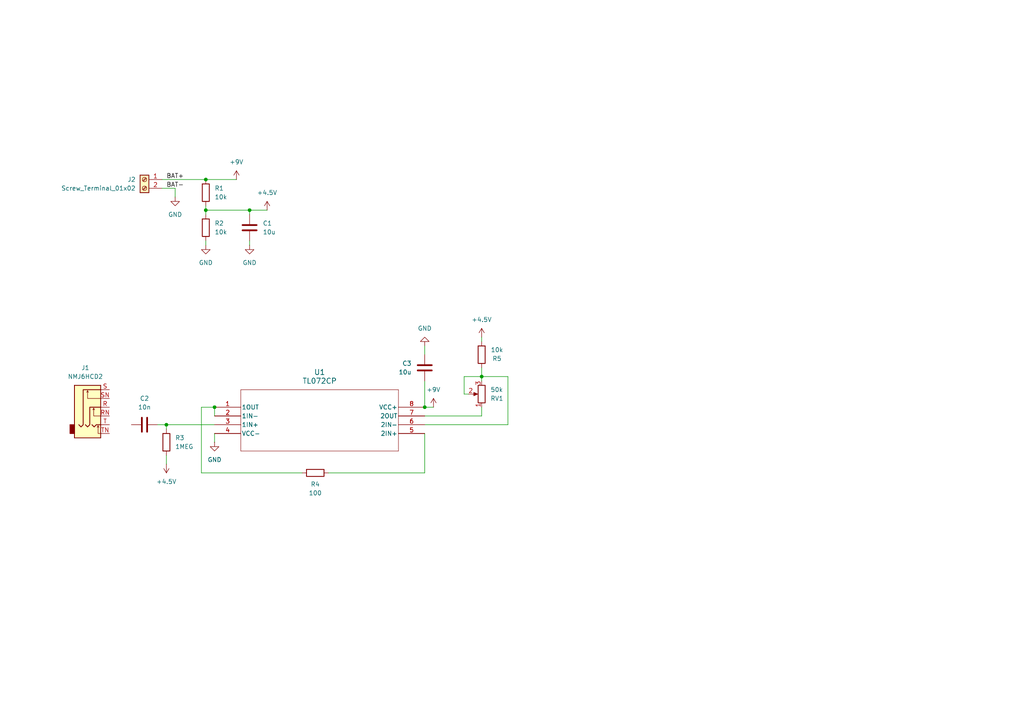
<source format=kicad_sch>
(kicad_sch (version 20231120) (generator "eeschema") (generator_version "8.0")
  (paper "A4")
  (title_block (title "Guitar Amplifier AR1") (date "2025-06-11") (rev "0"))
  (lib_symbols
    (symbol "Connector:Screw_Terminal_01x02" (pin_names (offset 1.016) hide)
      (property "Reference" "J" (at 0 2.54 0))
      (property "Value" "Screw_Terminal_01x02" (at 0 -5.08 0))
      (symbol "Screw_Terminal_01x02_1_1"
        (rectangle (start -1.27 1.27) (end 1.27 -3.81) (stroke (width 0.254)) (fill (type background)))
        (circle (center 0 -2.54) (radius 0.635) (stroke (width 0.1524)))
        (polyline (pts (xy -0.5334 -2.2098) (xy 0.3302 -3.048)) (stroke (width 0.1524)))
        (polyline (pts (xy -0.5334 0.3302) (xy 0.3302 -0.508)) (stroke (width 0.1524)))
        (polyline (pts (xy -0.3556 -2.032) (xy 0.508 -2.8702)) (stroke (width 0.1524)))
        (polyline (pts (xy -0.3556 0.508) (xy 0.508 -0.3302)) (stroke (width 0.1524)))
        (circle (center 0 0) (radius 0.635) (stroke (width 0.1524)))
        (pin passive line (at -5.08 0 0) (length 3.81) (name "Pin_1") (number "1"))
        (pin passive line (at -5.08 -2.54 0) (length 3.81) (name "Pin_2") (number "2"))
      )
    )
    (symbol "Connector_Audio:NMJ6HCD2"
      (property "Reference" "J" (at 0 11.43 0))
      (property "Value" "NMJ6HCD2" (at 0 8.89 0))
      (symbol "NMJ6HCD2_0_1"
        (rectangle (start -5.08 -5.08) (end -6.35 -7.62) (stroke (width 0.254)) (fill (type outline)))
        (polyline (pts (xy -1.27 4.826) (xy -1.016 4.318)))
        (polyline (pts (xy 0.508 -0.254) (xy 0.762 -0.762)))
        (polyline (pts (xy 1.778 -5.334) (xy 2.032 -5.842)))
        (polyline (pts (xy 0 -5.08) (xy 0.635 -5.715) (xy 1.27 -5.08) (xy 2.54 -5.08)) (stroke (width 0.254)))
        (polyline (pts (xy 2.54 -7.62) (xy 1.778 -7.62) (xy 1.778 -5.334) (xy 1.524 -5.842)))
        (polyline (pts (xy 2.54 -2.54) (xy 0.508 -2.54) (xy 0.508 -0.254) (xy 0.254 -0.762)))
        (polyline (pts (xy 2.54 2.54) (xy -1.27 2.54) (xy -1.27 4.826) (xy -1.524 4.318)))
        (polyline (pts (xy -1.905 -5.08) (xy -1.27 -5.715) (xy -0.635 -5.08) (xy -0.635 0) (xy 2.54 0)) (stroke (width 0.254)))
        (polyline (pts (xy 2.54 5.08) (xy -2.54 5.08) (xy -2.54 -5.08) (xy -3.175 -5.715) (xy -3.81 -5.08)) (stroke (width 0.254)))
        (rectangle (start 2.54 6.35) (end -5.08 -8.89) (stroke (width 0.254)) (fill (type background)))
      )
      (symbol "NMJ6HCD2_1_1"
        (pin passive line (at 5.08 0 180) (length 2.54) (name "~") (number "R"))
        (pin passive line (at 5.08 -2.54 180) (length 2.54) (name "~") (number "RN"))
        (pin passive line (at 5.08 5.08 180) (length 2.54) (name "~") (number "S"))
        (pin passive line (at 5.08 2.54 180) (length 2.54) (name "~") (number "SN"))
        (pin passive line (at 5.08 -5.08 180) (length 2.54) (name "~") (number "T"))
        (pin passive line (at 5.08 -7.62 180) (length 2.54) (name "~") (number "TN"))
      )
    )
    (symbol "Device:C" (pin_numbers hide) (pin_names (offset 0.254))
      (property "Reference" "C" (at 0.635 2.54 0))
      (property "Value" "C" (at 0.635 -2.54 0))
      (symbol "C_0_1"
        (polyline (pts (xy -2.032 -0.762) (xy 2.032 -0.762)) (stroke (width 0.508)))
        (polyline (pts (xy -2.032 0.762) (xy 2.032 0.762)) (stroke (width 0.508)))
      )
      (symbol "C_1_1"
        (pin passive line (at 0 3.81 270) (length 2.794) (name "~") (number "1"))
        (pin passive line (at 0 -3.81 90) (length 2.794) (name "~") (number "2"))
      )
    )
    (symbol "Device:R" (pin_numbers hide) (pin_names (offset 0))
      (property "Reference" "R" (at 2.032 0 90))
      (property "Value" "R" (at 0 0 90))
      (symbol "R_0_1"
        (rectangle (start -1.016 -2.54) (end 1.016 2.54) (stroke (width 0.254)))
      )
      (symbol "R_1_1"
        (pin passive line (at 0 3.81 270) (length 1.27) (name "~") (number "1"))
        (pin passive line (at 0 -3.81 90) (length 1.27) (name "~") (number "2"))
      )
    )
    (symbol "Device:R_Potentiometer" (pin_names (offset 1.016) hide)
      (property "Reference" "RV" (at -4.445 0 90))
      (property "Value" "R_Potentiometer" (at -2.54 0 90))
      (symbol "R_Potentiometer_0_1"
        (polyline (pts (xy 2.54 0) (xy 1.524 0)))
        (polyline (pts (xy 1.143 0) (xy 2.286 0.508) (xy 2.286 -0.508) (xy 1.143 0)) (fill (type outline)))
        (rectangle (start 1.016 2.54) (end -1.016 -2.54) (stroke (width 0.254)))
      )
      (symbol "R_Potentiometer_1_1"
        (pin passive line (at 0 3.81 270) (length 1.27) (name "1") (number "1"))
        (pin passive line (at 3.81 0 180) (length 1.27) (name "2") (number "2"))
        (pin passive line (at 0 -3.81 90) (length 1.27) (name "3") (number "3"))
      )
    )
    (symbol "TL072CP:TL072CP" (pin_names (offset 0.254))
      (property "Reference" "U" (at 30.48 10.16 0))
      (property "Value" "TL072CP" (at 30.48 7.62 0))
      (symbol "TL072CP_0_1"
        (polyline (pts (xy 7.62 -12.7) (xy 53.34 -12.7)) (stroke (width 0.127)))
        (polyline (pts (xy 7.62 5.08) (xy 7.62 -12.7)) (stroke (width 0.127)))
        (polyline (pts (xy 53.34 -12.7) (xy 53.34 5.08)) (stroke (width 0.127)))
        (polyline (pts (xy 53.34 5.08) (xy 7.62 5.08)) (stroke (width 0.127)))
        (pin output line (at 0 0 0) (length 7.62) (name "1OUT") (number "1"))
        (pin input line (at 0 -2.54 0) (length 7.62) (name "1IN-") (number "2"))
        (pin input line (at 0 -5.08 0) (length 7.62) (name "1IN+") (number "3"))
        (pin power_in line (at 0 -7.62 0) (length 7.62) (name "VCC-") (number "4"))
        (pin input line (at 60.96 -7.62 180) (length 7.62) (name "2IN+") (number "5"))
        (pin input line (at 60.96 -5.08 180) (length 7.62) (name "2IN-") (number "6"))
        (pin output line (at 60.96 -2.54 180) (length 7.62) (name "2OUT") (number "7"))
        (pin power_in line (at 60.96 0 180) (length 7.62) (name "VCC+") (number "8"))
      )
    )
    (symbol "power:+4V" (power) (pin_numbers hide) (pin_names (offset 0) hide)
      (property "Value" "+4V" (at 0 3.556 0))
      (symbol "+4V_0_1"
        (polyline (pts (xy -0.762 1.27) (xy 0 2.54)))
        (polyline (pts (xy 0 0) (xy 0 2.54)))
        (polyline (pts (xy 0 2.54) (xy 0.762 1.27)))
      )
      (symbol "+4V_1_1"
        (pin power_in line (at 0 0 90) (length 0) (name "~") (number "1"))
      )
    )
    (symbol "power:+9V" (power) (pin_numbers hide) (pin_names (offset 0) hide)
      (property "Value" "+9V" (at 0 3.556 0))
      (symbol "+9V_0_1"
        (polyline (pts (xy -0.762 1.27) (xy 0 2.54)))
        (polyline (pts (xy 0 0) (xy 0 2.54)))
        (polyline (pts (xy 0 2.54) (xy 0.762 1.27)))
      )
      (symbol "+9V_1_1"
        (pin power_in line (at 0 0 90) (length 0) (name "~") (number "1"))
      )
    )
    (symbol "power:GND" (power) (pin_numbers hide) (pin_names (offset 0) hide)
      (property "Value" "GND" (at 0 -3.81 0))
      (symbol "GND_0_1"
        (polyline (pts (xy 0 0) (xy 0 -1.27) (xy 1.27 -1.27) (xy 0 -2.54) (xy -1.27 -1.27) (xy 0 -1.27)))
      )
      (symbol "GND_1_1"
        (pin power_in line (at 0 0 270) (length 0) (name "~") (number "1"))
      )
    )
  )
  (junction (at 123.19 118.11))
  (junction (at 62.23 118.11))
  (junction (at 72.39 60.96))
  (junction (at 139.7 109.22))
  (junction (at 48.26 123.19))
  (junction (at 59.69 60.96))
  (junction (at 59.69 52.07))
  (wire (pts (xy 62.23 118.11) (xy 58.42 118.11)))
  (wire (pts (xy 48.26 124.46) (xy 48.26 123.19)))
  (wire (pts (xy 59.69 60.96) (xy 72.39 60.96)))
  (wire (pts (xy 134.62 114.3) (xy 134.62 109.22)))
  (wire (pts (xy 123.19 123.19) (xy 147.32 123.19)))
  (wire (pts (xy 72.39 60.96) (xy 72.39 62.23)))
  (wire (pts (xy 48.26 123.19) (xy 62.23 123.19)))
  (wire (pts (xy 147.32 109.22) (xy 139.7 109.22)))
  (wire (pts (xy 123.19 120.65) (xy 139.7 120.65)))
  (wire (pts (xy 139.7 97.79) (xy 139.7 99.06)))
  (wire (pts (xy 134.62 109.22) (xy 139.7 109.22)))
  (wire (pts (xy 45.72 123.19) (xy 48.26 123.19)))
  (wire (pts (xy 58.42 118.11) (xy 58.42 137.16)))
  (wire (pts (xy 72.39 69.85) (xy 72.39 71.12)))
  (wire (pts (xy 50.8 54.61) (xy 50.8 57.15)))
  (wire (pts (xy 123.19 100.33) (xy 123.19 102.87)))
  (wire (pts (xy 59.69 60.96) (xy 59.69 62.23)))
  (wire (pts (xy 59.69 52.07) (xy 68.58 52.07)))
  (wire (pts (xy 46.99 54.61) (xy 50.8 54.61)))
  (wire (pts (xy 46.99 52.07) (xy 59.69 52.07)))
  (wire (pts (xy 147.32 123.19) (xy 147.32 109.22)))
  (wire (pts (xy 139.7 109.22) (xy 139.7 110.49)))
  (wire (pts (xy 123.19 110.49) (xy 123.19 118.11)))
  (wire (pts (xy 59.69 59.69) (xy 59.69 60.96)))
  (wire (pts (xy 123.19 137.16) (xy 123.19 125.73)))
  (wire (pts (xy 139.7 118.11) (xy 139.7 120.65)))
  (wire (pts (xy 134.62 114.3) (xy 135.89 114.3)))
  (wire (pts (xy 59.69 69.85) (xy 59.69 71.12)))
  (wire (pts (xy 62.23 125.73) (xy 62.23 128.27)))
  (wire (pts (xy 48.26 134.62) (xy 48.26 132.08)))
  (wire (pts (xy 58.42 137.16) (xy 87.63 137.16)))
  (wire (pts (xy 95.25 137.16) (xy 123.19 137.16)))
  (wire (pts (xy 72.39 60.96) (xy 77.47 60.96)))
  (wire (pts (xy 123.19 118.11) (xy 125.73 118.11)))
  (wire (pts (xy 139.7 106.68) (xy 139.7 109.22)))
  (wire (pts (xy 62.23 118.11) (xy 62.23 120.65)))
  (label "BAT-" (at 48.26 54.61 0))
  (label "BAT+" (at 48.26 52.07 0))
  (symbol (lib_id "Device:R") (at 59.69 55.88 0) (unit 1)
    (property "Reference" "R1" (at 62.23 54.6099 0) (effects (justify left)))
    (property "Value" "10k" (at 62.23 57.1499 0) (effects (justify left)))
    (property "Footprint" "Resistor_THT:R_Axial_DIN0207_L6.3mm_D2.5mm_P7.62mm_Horizontal" (effects (hide yes)))
    (property "Description" "Resistor" (effects (hide yes)))
  )
  (symbol (lib_id "power:+4V") (at 48.26 134.62 180) (unit 1)
    (property "Reference" "#PWR08" (effects (hide yes)))
    (property "Value" "+4.5V" (at 48.26 139.7 0))
    (property "Description" "Power symbol creates a global label with name \"+4V\"" (effects (hide yes)))
  )
  (symbol (lib_id "power:GND") (at 72.39 71.12 0) (unit 1)
    (property "Reference" "#PWR01" (effects (hide yes)))
    (property "Value" "GND" (at 72.39 76.2 0))
    (property "Description" "Power symbol creates a global label with name \"GND\" , ground" (effects (hide yes)))
  )
  (symbol (lib_id "Device:R") (at 48.26 128.27 0) (unit 1)
    (property "Reference" "R3" (at 50.8 126.9999 0) (effects (justify left)))
    (property "Value" "1MEG" (at 50.8 129.5399 0) (effects (justify left)))
    (property "Footprint" "Resistor_THT:R_Axial_DIN0207_L6.3mm_D2.5mm_P7.62mm_Horizontal" (effects (hide yes)))
    (property "Description" "Resistor" (effects (hide yes)))
  )
  (symbol (lib_id "power:GND") (at 59.69 71.12 0) (unit 1)
    (property "Reference" "#PWR02" (effects (hide yes)))
    (property "Value" "GND" (at 59.69 76.2 0))
    (property "Description" "Power symbol creates a global label with name \"GND\" , ground" (effects (hide yes)))
  )
  (symbol (lib_id "power:GND") (at 50.8 57.15 0) (unit 1)
    (property "Reference" "#PWR03" (effects (hide yes)))
    (property "Value" "GND" (at 50.8 62.23 0))
    (property "Description" "Power symbol creates a global label with name \"GND\" , ground" (effects (hide yes)))
  )
  (symbol (lib_id "TL072CP:TL072CP") (at 62.23 118.11 0) (unit 1)
    (property "Reference" "U1" (at 92.71 107.95 0) (effects (font (size 1.524 1.524))))
    (property "Value" "TL072CP" (at 92.71 110.49 0) (effects (font (size 1.524 1.524))))
    (property "Footprint" "TL072CP:P8" (effects (hide yes)))
    (property "Datasheet" "TL072CP" (effects (hide yes)))
  )
  (symbol (lib_id "power:GND") (at 62.23 128.27 0) (unit 1)
    (property "Reference" "#PWR05" (effects (hide yes)))
    (property "Value" "GND" (at 62.23 133.35 0))
    (property "Description" "Power symbol creates a global label with name \"GND\" , ground" (effects (hide yes)))
  )
  (symbol (lib_id "Device:R_Potentiometer") (at 139.7 114.3 180) (unit 1)
    (property "Reference" "RV1" (at 142.24 115.5701 0) (effects (justify right)))
    (property "Value" "50k" (at 142.24 113.0301 0) (effects (justify right)))
    (property "Footprint" "Potentiometer_THT:Potentiometer_Vishay_T93XA_Horizontal" (effects (hide yes)))
    (property "Description" "Potentiometer" (effects (hide yes)))
  )
  (symbol (lib_id "power:+4V") (at 139.7 97.79 0) (unit 1)
    (property "Reference" "#PWR09" (effects (hide yes)))
    (property "Value" "+4.5V" (at 139.7 92.71 0))
    (property "Description" "Power symbol creates a global label with name \"+4V\"" (effects (hide yes)))
  )
  (symbol (lib_id "Device:R") (at 139.7 102.87 0) (mirror x) (unit 1)
    (property "Reference" "R5" (at 144.145 104.013 0))
    (property "Value" "10k" (at 144.145 101.473 0))
    (property "Footprint" "Resistor_THT:R_Axial_DIN0207_L6.3mm_D2.5mm_P7.62mm_Horizontal" (effects (hide yes)))
    (property "Description" "Resistor" (effects (hide yes)))
  )
  (symbol (lib_id "power:+9V") (at 125.73 118.11 0) (unit 1)
    (property "Reference" "#PWR06" (effects (hide yes)))
    (property "Value" "+9V" (at 125.73 113.03 0))
    (property "Description" "Power symbol creates a global label with name \"+9V\"" (effects (hide yes)))
  )
  (symbol (lib_id "power:GND") (at 123.19 100.33 180) (unit 1)
    (property "Reference" "#PWR010" (effects (hide yes)))
    (property "Value" "GND" (at 123.19 95.25 0))
    (property "Description" "Power symbol creates a global label with name \"GND\" , ground" (effects (hide yes)))
  )
  (symbol (lib_id "Connector_Audio:NMJ6HCD2") (at 26.67 118.11 0) (unit 1)
    (property "Reference" "J1" (at 24.765 106.68 0))
    (property "Value" "NMJ6HCD2" (at 24.765 109.22 0))
    (property "Footprint" "Connector_Audio:Jack_6.35mm_Neutrik_NMJ6HCD2_Horizontal" (effects (hide yes)))
    (property "Datasheet" "https://www.neutrik.com/en/product/nmj6hcd2" (effects (hide yes)))
    (property "Description" "M Series, 6.35mm (1/4in) stereo jack, switched, with chrome ferrule and straight PCB pins" (effects (hide yes)))
  )
  (symbol (lib_id "Connector:Screw_Terminal_01x02") (at 41.91 52.07 0) (mirror y) (unit 1)
    (property "Reference" "J2" (at 39.37 52.0699 0) (effects (justify left)))
    (property "Value" "Screw_Terminal_01x02" (at 39.37 54.6099 0) (effects (justify left)))
    (property "Footprint" "TerminalBlock_Phoenix:TerminalBlock_Phoenix_MPT-0,5-2-2.54_1x02_P2.54mm_Horizontal" (effects (hide yes)))
    (property "Description" "Generic screw terminal, single row, 01x02, script generated (kicad-library-utils/schlib/autogen/connector/)" (effects (hide yes)))
  )
  (symbol (lib_id "Device:R") (at 59.69 66.04 0) (unit 1)
    (property "Reference" "R2" (at 62.23 64.7699 0) (effects (justify left)))
    (property "Value" "10k" (at 62.23 67.3099 0) (effects (justify left)))
    (property "Footprint" "Resistor_THT:R_Axial_DIN0207_L6.3mm_D2.5mm_P7.62mm_Horizontal" (effects (hide yes)))
    (property "Description" "Resistor" (effects (hide yes)))
  )
  (symbol (lib_id "Device:C") (at 41.91 123.19 270) (unit 1)
    (property "Reference" "C2" (at 41.91 115.57 90))
    (property "Value" "10n" (at 41.91 118.11 90))
    (property "Description" "Unpolarized capacitor" (effects (hide yes)))
  )
  (symbol (lib_id "Device:R") (at 91.44 137.16 270) (unit 1)
    (property "Reference" "R4" (at 91.44 140.462 90))
    (property "Value" "100" (at 91.44 143.002 90))
    (property "Footprint" "Resistor_THT:R_Axial_DIN0207_L6.3mm_D2.5mm_P7.62mm_Horizontal" (effects (hide yes)))
    (property "Description" "Resistor" (effects (hide yes)))
  )
  (symbol (lib_id "power:+4V") (at 77.47 60.96 0) (unit 1)
    (property "Reference" "#PWR07" (effects (hide yes)))
    (property "Value" "+4.5V" (at 77.47 55.88 0))
    (property "Description" "Power symbol creates a global label with name \"+4V\"" (effects (hide yes)))
  )
  (symbol (lib_id "Device:C") (at 123.19 106.68 0) (mirror y) (unit 1)
    (property "Reference" "C3" (at 119.38 105.4099 0) (effects (justify left)))
    (property "Value" "10u" (at 119.38 107.9499 0) (effects (justify left)))
    (property "Footprint" "Capacitor_THT:C_Disc_D7.5mm_W5.0mm_P5.00mm" (effects (hide yes)))
    (property "Description" "Unpolarized capacitor" (effects (hide yes)))
  )
  (symbol (lib_id "Device:C") (at 72.39 66.04 0) (unit 1)
    (property "Reference" "C1" (at 76.2 64.7699 0) (effects (justify left)))
    (property "Value" "10u" (at 76.2 67.3099 0) (effects (justify left)))
    (property "Footprint" "Capacitor_THT:C_Disc_D7.5mm_W5.0mm_P5.00mm" (effects (hide yes)))
    (property "Description" "Unpolarized capacitor" (effects (hide yes)))
  )
  (symbol (lib_id "power:+9V") (at 68.58 52.07 0) (unit 1)
    (property "Reference" "#PWR04" (effects (hide yes)))
    (property "Value" "+9V" (at 68.58 46.99 0))
    (property "Description" "Power symbol creates a global label with name \"+9V\"" (effects (hide yes)))
  )
)
</source>
